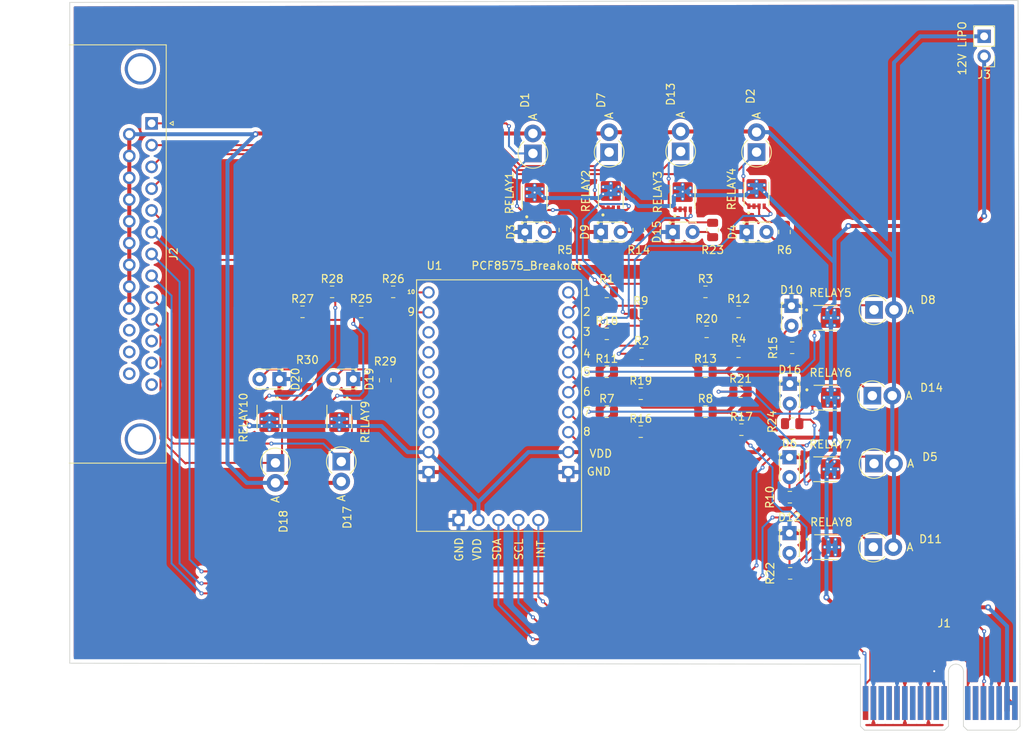
<source format=kicad_pcb>
(kicad_pcb (version 20211014) (generator pcbnew)
  (layers (0 "F.Cu" signal) (31 "B.Cu" signal) (34 "B.Paste" user) (35 "F.Paste" user) (36 "B.SilkS" user "B.Silkscreen") (37 "F.SilkS" user "F.Silkscreen") (38 "B.Mask" user) (39 "F.Mask" user) (44 "Edge.Cuts" user))
  (net 0 "")
  (net 1 "RELAY1")
  (net 2 "/-7V")
  (net 3 "RELAY4")
  (net 4 "GND")
  (net 5 "Net-(D3-Pad2)")
  (net 6 "Net-(D4-Pad2)")
  (net 7 "RELAY7")
  (net 8 "Net-(D6-Pad2)")
  (net 9 "RELAY2")
  (net 10 "RELAY5")
  (net 11 "Net-(D9-Pad2)")
  (net 12 "Net-(D10-Pad2)")
  (net 13 "RELAY8")
  (net 14 "Net-(D12-Pad2)")
  (net 15 "RELAY3")
  (net 16 "RELAY6")
  (net 17 "Net-(D15-Pad2)")
  (net 18 "Net-(D16-Pad2)")
  (net 19 "Net-(D19-Pad2)")
  (net 20 "Net-(D20-Pad2)")
  (net 25 "EXTRA")
  (net 26 "+5V")
  (net 30 "RL INT")
  (net 32 "+3.3V")
  (net 33 "Net-(Q1-Pad4)")
  (net 34 "Net-(Q2-Pad4)")
  (net 35 "Net-(Q3-Pad4)")
  (net 36 "Net-(Q4-Pad4)")
  (net 37 "Net-(Q5-Pad4)")
  (net 38 "Net-(Q6-Pad4)")
  (net 39 "Net-(Q7-Pad4)")
  (net 40 "Net-(Q8-Pad4)")
  (net 41 "Net-(Q9-Pad4)")
  (net 42 "Net-(Q10-Pad4)")
  (net 43 "SIGNAL1")
  (net 44 "SIGNAL4")
  (net 45 "SIGNAL7")
  (net 46 "SIGNAL2")
  (net 47 "SIGNAL5")
  (net 48 "SIGNAL8")
  (net 49 "SIGNAL3")
  (net 50 "SIGNAL6")
  (net 51 "SIGNAL10")
  (net 52 "SIGNAL9")
  (net 59 "RL SDA")
  (net 60 "RL SCL")
  (net 77 "RELAY9")
  (net 78 "RELAY10")
  (footprint "Diode_THT:D_DO-15_P2.54mm_Vertical_AnodeUp" (layer "F.Cu") (at 183.134 78.994)
    (fp_text reference "D14")
    (fp_text value "D_Small")
  )
  (footprint "LED_THT:LED_D1.8mm_W3.3mm_H2.4mm" (layer "F.Cu") (at 138.933 58.166)
    (fp_text reference "D3")
    (fp_text value "LED")
  )
  (footprint "Diode_THT:D_DO-15_P2.54mm_Vertical_AnodeUp" (layer "F.Cu") (at 149.647 48.015 90)
    (fp_text reference "D7")
    (fp_text value "D_Small")
  )
  (footprint "LED_THT:LED_D1.8mm_W3.3mm_H2.4mm" (layer "F.Cu") (at 148.585 58.166)
    (fp_text reference "D9")
    (fp_text value "LED")
  )
  (footprint "Resistor_SMD:R_0805_2012Metric" (layer "F.Cu") (at 161.9015 81.026)
    (fp_text reference "R8")
    (fp_text value "10k")
  )
  (footprint "PCF875BreakoutBoard5:PCF8575_Breakout" (layer "F.Cu") (at 125.1485 96.2515)
    (fp_text reference "U1")
    (fp_text value "PCF8575_Breakout")
  )
  (footprint "Resistor_SMD:R_0805_2012Metric" (layer "F.Cu") (at 153.67 68.58)
    (fp_text reference "R9")
    (fp_text value "100")
  )
  (footprint "Resistor_SMD:R_0805_2012Metric" (layer "F.Cu") (at 110.6405 68.326)
    (fp_text reference "R27")
    (fp_text value "10k")
  )
  (footprint "Resistor_SMD:R_0805_2012Metric" (layer "F.Cu") (at 118.11 68.326)
    (fp_text reference "R25")
    (fp_text value "100")
  )
  (footprint "LED_THT:LED_D1.8mm_W3.3mm_H2.4mm" (layer "F.Cu") (at 107.706 76.876 180)
    (fp_text reference "D20")
    (fp_text value "LED")
  )
  (footprint "MOSFET:TRANS_CSD25402Q3AT" (layer "F.Cu") (at 168.402 53.34 90)
    (fp_text reference "RELAY4")
    (fp_text value "CSD25402Q3AT" hide)
  )
  (footprint "Resistor_SMD:R_0805_2012Metric" (layer "F.Cu") (at 162.814 57.912 -90)
    (fp_text reference "R23")
    (fp_text value "330")
  )
  (footprint "Resistor_SMD:R_0805_2012Metric" (layer "F.Cu") (at 161.9015 65.786)
    (fp_text reference "R3")
    (fp_text value "10k")
  )
  (footprint "Resistor_SMD:R_0805_2012Metric" (layer "F.Cu") (at 153.67 78.74)
    (fp_text reference "R19")
    (fp_text value "100")
  )
  (footprint "MOSFET:TRANS_CSD25402Q3AT" (layer "F.Cu") (at 177.206 79.248)
    (fp_text reference "RELAY6")
    (fp_text value "CSD25402Q3AT" hide)
  )
  (footprint "Resistor_SMD:R_0805_2012Metric" (layer "F.Cu") (at 171.958 58.166 -90)
    (fp_text reference "R6")
    (fp_text value "330")
  )
  (footprint "MOSFET:TRANS_CSD25402Q3AT" (layer "F.Cu") (at 140.167 53.839 90)
    (fp_text reference "RELAY1")
    (fp_text value "CSD25402Q3AT" hide)
  )
  (footprint "Diode_THT:D_DO-15_P2.54mm_Vertical_AnodeUp" (layer "F.Cu") (at 115.57 87.376 -90)
    (fp_text reference "D17")
    (fp_text value "D_Small")
  )
  (footprint "LED_THT:LED_D1.8mm_W3.3mm_H2.4mm" (layer "F.Cu") (at 167.132 58.166)
    (fp_text reference "D4")
    (fp_text value "LED")
  )
  (footprint "Resistor_SMD:R_0805_2012Metric" (layer "F.Cu") (at 162.052 70.866)
    (fp_text reference "R20")
    (fp_text value "10k")
  )
  (footprint "Resistor_SMD:R_0805_2012Metric" (layer "F.Cu") (at 172.934 82.55 180)
    (fp_text reference "R24")
    (fp_text value "330")
  )
  (footprint "Resistor_SMD:R_0805_2012Metric" (layer "F.Cu") (at 144.018 57.912 -90)
    (fp_text reference "R5")
    (fp_text value "330")
  )
  (footprint "MOSFET:TRANS_CSD25402Q3AT" (layer "F.Cu") (at 177.166 69.088)
    (fp_text reference "RELAY5")
    (fp_text value "CSD25402Q3AT" hide)
  )
  (footprint "Resistor_SMD:R_0805_2012Metric" (layer "F.Cu") (at 111.257 76.9795 90)
    (fp_text reference "R30")
    (fp_text value "330")
  )
  (footprint "Resistor_SMD:R_0805_2012Metric" (layer "F.Cu") (at 149.352 65.786)
    (fp_text reference "R1")
    (fp_text value "100")
  )
  (footprint "Diode_THT:D_DO-15_P2.54mm_Vertical_AnodeUp" (layer "F.Cu") (at 168.402 48.006 90)
    (fp_text reference "D2")
    (fp_text value "D_Small")
  )
  (footprint "Resistor_SMD:R_0805_2012Metric" (layer "F.Cu") (at 166.116 73.406)
    (fp_text reference "R4")
    (fp_text value "10k")
  )
  (footprint "MOSFET:TRANS_CSD25402Q3AT" (layer "F.Cu") (at 177.283 98.257)
    (fp_text reference "RELAY8")
    (fp_text value "CSD25402Q3AT" hide)
  )
  (footprint "Diode_THT:D_DO-15_P2.54mm_Vertical_AnodeUp" (layer "F.Cu") (at 139.954 48.174 90)
    (fp_text reference "D1")
    (fp_text value "D_Small")
  )
  (footprint "MOSFET:TRANS_CSD25402Q3AT" (layer "F.Cu") (at 106.431 81.702 -90)
    (fp_text reference "RELAY10")
    (fp_text value "CSD25402Q3AT" hide)
  )
  (footprint "Diode_THT:D_DO-15_P2.54mm_Vertical_AnodeUp" (layer "F.Cu") (at 158.75 47.92 90)
    (fp_text reference "D13")
    (fp_text value "D_Small")
  )
  (footprint "LED_THT:LED_D1.8mm_W3.3mm_H2.4mm" (layer "F.Cu") (at 172.848 67.564 -90)
    (fp_text reference "D10")
    (fp_text value "LED")
  )
  (footprint "LED_THT:LED_D1.8mm_W3.3mm_H2.4mm" (layer "F.Cu") (at 172.594 86.822 -90)
    (fp_text reference "D6")
    (fp_text value "LED")
  )
  (footprint "Resistor_SMD:R_0805_2012Metric" (layer "F.Cu") (at 121.163 77.0265 90)
    (fp_text reference "R29")
    (fp_text value "330")
  )
  (footprint "LED_THT:LED_D1.8mm_W3.3mm_H2.4mm" (layer "F.Cu") (at 117.099 76.876 180)
    (fp_text reference "D19")
    (fp_text value "LED")
  )
  (footprint "Resistor_SMD:R_0805_2012Metric" (layer "F.Cu") (at 149.352 81.026)
    (fp_text reference "R7")
    (fp_text value "100")
  )
  (footprint "Connector_PCBEdge:BUS_PCIexpress_x1" (layer "F.Cu") (at 182.27 118.098)
    (fp_text reference "J1")
    (fp_text value "PCIE_CONN")
    (fp_line (start 10.55 -4) (end 10.55 2.95) (layer "Edge.Cuts") (width 0.1))
    (fp_line (start 12.45 2.95) (end 12.95 3.45) (layer "Edge.Cuts") (width 0.1))
    (fp_line (start -0.15 3.45) (end 10.05 3.45) (layer "Edge.Cuts") (width 0.1))
    (fp_line (start 19.65 2.95) (end 19.15 3.45) (layer "Edge.Cuts") (width 0.1))
    (fp_line (start -0.65 -4.95) (end -0.65 2.95) (layer "Edge.Cuts") (width 0.1))
    (fp_line (start 12.45 -4) (end 12.45 2.95) (layer "Edge.Cuts") (width 0.1))
    (fp_line (start -0.65 2.95) (end -0.15 3.45) (layer "Edge.Cuts") (width 0.1))
    (fp_line (start 19.65 -4.95) (end 19.65 2.95) (layer "Edge.Cuts") (width 0.1))
    (fp_line (start 12.95 3.45) (end 19.15 3.45) (layer "Edge.Cuts") (width 0.1))
    (fp_line (start 10.55 2.95) (end 10.05 3.45) (layer "Edge.Cuts") (width 0.1))
    (fp_arc (start 10.55 -4) (mid 11.5 -4.95) (end 12.45 -4) (layer "Edge.Cuts") (width 0.1))
  )
  (footprint "MOSFET:TRANS_CSD25402Q3AT" (layer "F.Cu") (at 159.004 53.731 90)
    (fp_text reference "RELAY3")
    (fp_text value "CSD25402Q3AT" hide)
  )
  (footprint "Resistor_SMD:R_0805_2012Metric" (layer "F.Cu") (at 166.37 78.486)
    (fp_text reference "R21")
    (fp_text value "10k")
  )
  (footprint "Resistor_SMD:R_0805_2012Metric" (layer "F.Cu") (at 172.934 72.898 180)
    (fp_text reference "R15")
    (fp_text value "330")
  )
  (footprint "Resistor_SMD:R_0805_2012Metric" (layer "F.Cu") (at 153.7735 73.66)
    (fp_text reference "R2")
    (fp_text value "100")
  )
  (footprint "Resistor_SMD:R_0805_2012Metric" (layer "F.Cu") (at 153.67 83.566)
    (fp_text reference "R16")
    (fp_text value "100")
  )
  (footprint "LED_THT:LED_D1.8mm_W3.3mm_H2.4mm" (layer "F.Cu") (at 172.634 77.465 -90)
    (fp_text reference "D16")
    (fp_text value "LED")
  )
  (footprint "Resistor_SMD:R_0805_2012Metric" (layer "F.Cu") (at 114.4035 65.786)
    (fp_text reference "R28")
    (fp_text value "10k")
  )
  (footprint "Diode_THT:D_DO-15_P2.54mm_Vertical_AnodeUp" (layer "F.Cu") (at 183.348 68.072)
    (fp_text reference "D8")
    (fp_text value "D_Small")
  )
  (footprint "Resistor_SMD:R_0805_2012Metric" (layer "F.Cu") (at 161.9015 75.946)
    (fp_text reference "R13")
    (fp_text value "10k")
  )
  (footprint "MOSFET:TRANS_CSD25402Q3AT" (layer "F.Cu") (at 115.316 81.702 -90)
    (fp_text reference "RELAY9")
    (fp_text value "CSD25402Q3AT" hide)
  )
  (footprint "Resistor_SMD:R_0805_2012Metric" (layer "F.Cu") (at 122.174 65.786)
    (fp_text reference "R26")
    (fp_text value "100")
  )
  (footprint "LED_THT:LED_D1.8mm_W3.3mm_H2.4mm" (layer "F.Cu") (at 157.729 58.166)
    (fp_text reference "D15")
    (fp_text value "LED")
  )
  (footprint "MOSFET:TRANS_CSD25402Q3AT" (layer "F.Cu") (at 149.86 53.594 90)
    (fp_text reference "RELAY2")
    (fp_text value "CSD25402Q3AT" hide)
  )
  (footprint "Connector_PinHeader_2.54mm:PinHeader_1x02_P2.54mm_Vertical" (layer "F.Cu") (at 197.358 35.814 180)
    (fp_text reference "J3")
    (fp_text value "12V LiPO")
  )
  (footprint "Resistor_SMD:R_0805_2012Metric" (layer "F.Cu") (at 166.116 68.326)
    (fp_text reference "R12")
    (fp_text value "10k")
  )
  (footprint "Resistor_SMD:R_0805_2012Metric" (layer "F.Cu") (at 166.4735 83.312)
    (fp_text reference "R17")
    (fp_text value "10k")
  )
  (footprint "Connector_Dsub:DSUB-25_Male_Horizontal_P2.77x2.84mm_EdgePinOffset7.70mm_Housed_MountingHolesOffset9.12mm" (layer "F.Cu") (at 91.44 44.345 -90)
    (fp_text reference "J2")
    (fp_text value "DB25_Female")
  )
  (footprint "Diode_THT:D_DO-15_P2.54mm_Vertical_AnodeUp" (layer "F.Cu") (at 183.348 87.63)
    (fp_text reference "D5")
    (fp_text value "D_Small")
  )
  (footprint "LED_THT:LED_D1.8mm_W3.3mm_H2.4mm" (layer "F.Cu") (at 172.594 96.474 -90)
    (fp_text reference "D12")
    (fp_text value "LED")
  )
  (footprint "Resistor_SMD:R_0805_2012Metric" (layer "F.Cu") (at 149.352 75.946)
    (fp_text reference "R11")
    (fp_text value "100")
  )
  (footprint "Diode_THT:D_DO-15_P2.54mm_Vertical_AnodeUp" (layer "F.Cu") (at 183.262 98.257)
    (fp_text reference "D11")
    (fp_text value "D_Small")
  )
  (footprint "Resistor_SMD:R_0805_2012Metric" (layer "F.Cu") (at 153.416 57.912 -90)
    (fp_text reference "R14")
    (fp_text value "330")
  )
  (footprint "MOSFET:TRANS_CSD25402Q3AT" (layer "F.Cu") (at 177.166 88.351)
    (fp_text reference "RELAY7")
    (fp_text value "CSD25402Q3AT" hide)
  )
  (footprint "Resistor_SMD:R_0805_2012Metric" (layer "F.Cu") (at 172.68 101.6 180)
    (fp_text reference "R22")
    (fp_text value "330")
  )
  (footprint "Resistor_SMD:R_0805_2012Metric" (layer "F.Cu") (at 172.64 91.907 180)
    (fp_text reference "R10")
    (fp_text value "330")
  )
  (footprint "Diode_THT:D_DO-15_P2.54mm_Vertical_AnodeUp" (layer "F.Cu") (at 107.193 87.544 -90)
    (fp_text reference "D18")
    (fp_text value "D_Small")
  )
  (footprint "Resistor_SMD:R_0805_2012Metric" (layer "F.Cu") (at 149.352 71.12)
    (fp_text reference "R18")
    (fp_text value "100")
  )
  (gr_line (start 201.92 113.148) (end 201.676 28.702) (layer "Edge.Cuts") (width 0.1))
  (gr_line (start 181.62 113.148) (end 81.026 113.03) (layer "Edge.Cuts") (width 0.1))
  (gr_line (start 81.026 28.956) (end 81.026 113.03) (layer "Edge.Cuts") (width 0.1))
  (gr_line (start 201.676 28.702) (end 81.026 28.956) (layer "Edge.Cuts") (width 0.1))
  (gr_text "GND" (at 130.556 98.552 90) (layer "F.SilkS") (effects (font (size 1 1))))
  (gr_text "SCL\n" (at 138.176 98.552 90) (layer "F.SilkS") (effects (font (size 1 1))))
  (gr_text "5" (at 146.812 75.946) (layer "F.SilkS") (effects (font (size 1 1))))
  (gr_text "GND" (at 148.336 88.646) (layer "F.SilkS") (effects (font (size 1 1))))
  (gr_text "6" (at 146.812 78.486) (layer "F.SilkS") (effects (font (size 1 1))))
  (gr_text "10" (at 124.46 65.786) (layer "F.SilkS") (effects (font (size 0.5 0.5) (thickness 0.125))))
  (gr_text "VDD" (at 132.842 98.552 90) (layer "F.SilkS") (effects (font (size 1 1))))
  (gr_text "2" (at 146.812 68.326) (layer "F.SilkS") (effects (font (size 1 1))))
  (gr_text "8" (at 146.812 83.566) (layer "F.SilkS") (effects (font (size 1 1))))
  (gr_text "SDA" (at 135.382 98.552 90) (layer "F.SilkS") (effects (font (size 1 1))))
  (gr_text "3" (at 146.812 70.866) (layer "F.SilkS") (effects (font (size 1 1))))
  (gr_text "9" (at 124.46 68.326) (layer "F.SilkS") (effects (font (size 1 1))))
  (gr_text "VDD" (at 148.59 86.36) (layer "F.SilkS") (effects (font (size 1 1))))
  (gr_text "1" (at 146.812 65.786) (layer "F.SilkS") (effects (font (size 1 1))))
  (gr_text "INT" (at 140.97 98.552 90) (layer "F.SilkS") (effects (font (size 1 1))))
  (gr_text "7" (at 146.812 81.026) (layer "F.SilkS") (effects (font (size 1 1))))
  (gr_text "4" (at 146.812 73.66) (layer "F.SilkS") (effects (font (size 1 1))))
  (segment (start 139.192 55.389) (end 138.447 55.389) (width 0.254) (layer "F.Cu") (net 1))
  (segment (start 143.9575 56.939) (end 144.018 56.9995) (width 0.254) (layer "F.Cu") (net 1))
  (segment (start 140.492 55.389) (end 140.492 55.728016) (width 0.254) (layer "F.Cu") (net 1))
  (segment (start 138.447 55.389) (end 137.922 54.864) (width 0.254) (layer "F.Cu") (net 1))
  (segment (start 91.44 44.345) (end 136.547 44.345) (width 0.254) (layer "F.Cu") (net 1))
  (segment (start 140.492 55.728016) (end 141.702984 56.939) (width 0.254) (layer "F.Cu") (net 1))
  (segment (start 141.702984 56.939) (end 143.9575 56.939) (width 0.254) (layer "F.Cu") (net 1))
  (segment (start 136.547 44.345) (end 136.906 44.704) (width 0.254) (layer "F.Cu") (net 1))
  (segment (start 139.192 55.389) (end 140.492 55.389) (width 0.254) (layer "F.Cu") (net 1))
  (via (at 136.906 44.704) (size 0.508) (drill 0.254) (layers "F.Cu" "B.Cu") (net 1))
  (via (at 137.922 54.864) (size 0.508) (drill 0.254) (layers "F.Cu" "B.Cu") (net 1))
  (segment (start 137.754 48.092) (end 136.906 47.244) (width 0.254) (layer "B.Cu") (net 1))
  (segment (start 137.754 48.174) (end 137.754 48.092) (width 0.254) (layer "B.Cu") (net 1))
  (segment (start 137.922 54.864) (end 137.922 50.206) (width 0.254) (layer "B.Cu") (net 1))
  (segment (start 137.754 48.174) (end 139.954 48.174) (width 0.254) (layer "B.Cu") (net 1))
  (segment (start 137.922 50.206) (end 139.954 48.174) (width 0.254) (layer "B.Cu") (net 1))
  (segment (start 136.906 44.704) (end 136.906 47.244) (width 0.254) (layer "B.Cu") (net 1))
  (segment (start 158.655 45.475) (end 158.75 45.38) (width 0.508) (layer "F.Cu") (net 2))
  (segment (start 139.954 45.634) (end 149.488 45.634) (width 0.508) (layer "F.Cu") (net 2))
  (segment (start 168.316 45.38) (end 168.402 45.466) (width 0.508) (layer "F.Cu") (net 2))
  (segment (start 158.75 45.38) (end 168.316 45.38) (width 0.508) (layer "F.Cu") (net 2))
  (segment (start 88.6 65.12) (end 88.6 67.89) (width 0.508) (layer "F.Cu") (net 2))
  (segment (start 149.488 45.634) (end 149.647 45.475) (width 0.508) (layer "F.Cu") (net 2))
  (segment (start 88.6 62.35) (end 88.6 65.12) (width 0.508) (layer "F.Cu") (net 2))
  (segment (start 115.402 90.084) (end 115.57 89.916) (width 0.508) (layer "F.Cu") (net 2))
  (segment (start 149.647 45.475) (end 158.655 45.475) (width 0.508) (layer "F.Cu") (net 2))
  (segment (start 104.648 45.72) (end 104.734 45.634) (width 0.508) (layer "F.Cu") (net 2))
  (segment (start 104.734 45.634) (end 139.954 45.634) (width 0.508) (layer "F.Cu") (net 2))
  (segment (start 107.193 90.084) (end 115.402 90.084) (width 0.508) (layer "F.Cu") (net 2))
  (segment (start 88.6 45.73) (end 88.6 62.35) (width 0.508) (layer "F.Cu") (net 2))
  (via (at 104.648 45.72) (size 0.762) (drill 0.381) (layers "F.Cu" "B.Cu") (net 2))
  (segment (start 104.648 45.72) (end 104.638 45.73) (width 0.508) (layer "B.Cu") (net 2))
  (segment (start 168.402 45.466) (end 169.985919 45.466) (width 0.508) (layer "B.Cu") (net 2))
  (segment (start 185.888 61.682) (end 185.888 68.072) (width 0.508) (layer "B.Cu") (net 2))
  (segment (start 185.674 78.994) (end 185.674 87.416) (width 0.508) (layer "B.Cu") (net 2))
  (segment (start 189.23 33.274) (end 197.358 33.274) (width 0.508) (layer "B.Cu") (net 2))
  (segment (start 101.092 49.276) (end 104.648 45.72) (width 0.508) (layer "B.Cu") (net 2))
  (segment (start 185.888 61.368081) (end 185.888 61.682) (width 0.508) (layer "B.Cu") (net 2))
  (segment (start 107.193 90.084) (end 103.546 90.084) (width 0.508) (layer "B.Cu") (net 2))
  (segment (start 185.888 98.171) (end 185.802 98.257) (width 0.508) (layer "B.Cu") (net 2))
  (segment (start 104.638 45.73) (end 88.6 45.73) (width 0.508) (layer "B.Cu") (net 2))
  (segment (start 169.985919 45.466) (end 185.888 61.368081) (width 0.508) (layer "B.Cu") (net 2))
  (segment (start 185.674 87.416) (end 185.888 87.63) (width 0.508) (layer "B.Cu") (net 2))
  (segment (start 185.888 68.072) (end 185.888 78.78) (width 0.508) (layer "B.Cu") (net 2))
  (segment (start 103.546 90.084) (end 101.092 87.63) (width 0.508) (layer "B.Cu") (net 2))
  (segment (start 185.888 61.682) (end 185.888 36.616) (width 0.508) (layer "B.Cu") (net 2))
  (segment (start 185.888 87.63) (end 185.888 98.171) (width 0.508) (layer "B.Cu") (net 2))
  (segment (start 101.092 87.63) (end 101.092 49.276) (width 0.508) (layer "B.Cu") (net 2))
  (segment (start 185.888 36.616) (end 189.23 33.274) (width 0.508) (layer "B.Cu") (net 2))
  (segment (start 185.888 78.78) (end 185.674 78.994) (width 0.508) (layer "B.Cu") (net 2))
  (segment (start 167.427 54.89) (end 168.727 54.89) (width 0.254) (layer "F.Cu") (net 3))
  (segment (start 169.688709 56.896) (end 171.6005 56.896) (width 0.254) (layer "F.Cu") (net 3))
  (segment (start 137.922 50.8) (end 165.608 50.8) (width 0.254) (layer "F.Cu") (net 3))
  (segment (start 166.7275 51.054) (end 166.7275 54.1905) (width 0.254) (layer "F.Cu") (net 3))
  (segment (start 168.727 54.89) (end 168.727 55.934291) (width 0.254) (layer "F.Cu") (net 3))
  (segment (start 91.44 52.655) (end 95.835 48.26) (width 0.254) (layer "F.Cu") (net 3))
  (segment (start 95.835 48.26) (end 135.382 48.26) (width 0.254) (layer "F.Cu") (net 3))
  (segment (start 166.7275 54.1905) (end 167.427 54.89) (width 0.254) (layer "F.Cu") (net 3))
  (segment (start 171.6005 56.896) (end 171.958 57.2535) (width 0.254) (layer "F.Cu") (net 3))
  (segment (start 168.727 55.934291) (end 169.688709 56.896) (width 0.254) (layer "F.Cu") (net 3))
  (segment (start 165.608 50.8) (end 168.402 48.006) (width 0.254) (layer "F.Cu") (net 3))
  (segment (start 135.382 48.26) (end 137.922 50.8) (width 0.254) (layer "F.Cu") (net 3))
  (via (at 166.7275 51.054) (size 0.508) (drill 0.254) (layers "F.Cu" "B.Cu") (net 3))
  (segment (start 166.7275 51.054) (end 166.7275 49.6805) (width 0.254) (layer "B.Cu") (net 3))
  (segment (start 166.7275 49.6805) (end 168.402 48.006) (width 0.254) (layer "B.Cu") (net 3))
  (segment (start 190.27 118.098) (end 190.27 114.784) (width 0.254) (layer "F.Cu") (net 4))
  (segment (start 191.008 114.046) (end 192.532 112.522) (width 0.254) (layer "F.Cu") (net 4))
  (segment (start 195.27 112.974) (end 195.27 118.098) (width 0.254) (layer "F.Cu") (net 4))
  (segment (start 190.27 114.784) (end 191.008 114.046) (width 0.254) (layer "F.Cu") (net 4))
  (segment (start 194.818 112.522) (end 195.27 112.974) (width 0.254) (layer "F.Cu") (net 4))
  (segment (start 192.532 112.522) (end 194.818 112.522) (width 0.254) (layer "F.Cu") (net 4))
  (via (at 191.008 114.046) (size 0.508) (drill 0.254) (layers "F.Cu" "B.Cu") (net 4))
  (segment (start 191.008 114.046) (end 192.27 115.308) (width 0.254) (layer "B.Cu") (net 4))
  (segment (start 192.27 115.308) (end 192.27 118.098) (width 0.254) (layer "B.Cu") (net 4))
  (segment (start 143.3595 58.166) (end 144.018 58.8245) (width 0.254) (layer "F.Cu") (net 5))
  (segment (start 141.473 58.166) (end 143.3595 58.166) (width 0.254) (layer "F.Cu") (net 5))
  (segment (start 169.672 58.166) (end 170.5845 59.0785) (width 0.254) (layer "F.Cu") (net 6))
  (segment (start 170.5845 59.0785) (end 171.958 59.0785) (width 0.254) (layer "F.Cu") (net 6))
  (segment (start 173.5525 91.907) (end 173.5525 90.400484) (width 0.254) (layer "F.Cu") (net 7))
  (segment (start 168.148 102.87) (end 169.164 101.854) (width 0.254) (layer "F.Cu") (net 7))
  (segment (start 175.276984 88.676) (end 175.616 88.676) (width 0.254) (layer "F.Cu") (net 7))
  (segment (start 170.434 94.488) (end 172.72 94.488) (width 0.254) (layer "F.Cu") (net 7))
  (segment (start 175.616 87.376) (end 176.243 86.749) (width 0.254) (layer "F.Cu") (net 7))
  (segment (start 175.616 88.676) (end 175.616 87.376) (width 0.254) (layer "F.Cu") (net 7))
  (segment (start 172.72 94.488) (end 173.5525 93.6555) (width 0.254) (layer "F.Cu") (net 7))
  (segment (start 182.467 86.749) (end 183.348 87.63) (width 0.254) (layer "F.Cu") (net 7))
  (segment (start 97.79 102.87) (end 168.148 102.87) (width 0.254) (layer "F.Cu") (net 7))
  (segment (start 173.5525 90.400484) (end 175.276984 88.676) (width 0.254) (layer "F.Cu") (net 7))
  (segment (start 173.5525 93.6555) (end 173.5525 91.907) (width 0.254) (layer "F.Cu") (net 7))
  (segment (start 176.243 86.749) (end 182.467 86.749) (width 0.254) (layer "F.Cu") (net 7))
  (via (at 169.164 101.854) (size 0.508) (drill 0.254) (layers "F.Cu" "B.Cu") (net 7))
  (via (at 170.434 94.488) (size 0.508) (drill 0.254) (layers "F.Cu" "B.Cu") (net 7))
  (via (at 97.79 102.87) (size 0.508) (drill 0.254) (layers "F.Cu" "B.Cu") (net 7))
  (segment (start 169.164 95.758) (end 170.434 94.488) (width 0.254) (layer "B.Cu") (net 7))
  (segment (start 94.996 100.33) (end 97.536 102.87) (width 0.254) (layer "B.Cu") (net 7))
  (segment (start 169.164 101.854) (end 169.164 95.758) (width 0.254) (layer "B.Cu") (net 7))
  (segment (start 91.44 60.965) (end 94.996 64.521) (width 0.254) (layer "B.Cu") (net 7))
  (segment (start 94.996 64.521) (end 94.996 100.33) (width 0.254) (layer "B.Cu") (net 7))
  (segment (start 97.536 102.87) (end 97.79 102.87) (width 0.254) (layer "B.Cu") (net 7))
  (segment (start 172.594 89.362) (end 172.594 91.0405) (width 0.254) (layer "F.Cu") (net 8))
  (segment (start 172.594 91.0405) (end 171.7275 91.907) (width 0.254) (layer "F.Cu") (net 8))
  (segment (start 150.185 55.144) (end 150.185 55.483016) (width 0.254) (layer "F.Cu") (net 9))
  (segment (start 138.43 49.784) (end 147.878 49.784) (width 0.254) (layer "F.Cu") (net 9))
  (segment (start 151.701484 56.9995) (end 153.416 56.9995) (width 0.254) (layer "F.Cu") (net 9))
  (segment (start 148.885 55.144) (end 150.185 55.144) (width 0.254) (layer "F.Cu") (net 9))
  (segment (start 147.828 54.087) (end 148.885 55.144) (width 0.254) (layer "F.Cu") (net 9))
  (segment (start 91.44 47.115) (end 135.761 47.115) (width 0.254) (layer "F.Cu") (net 9))
  (segment (start 135.761 47.115) (end 138.43 49.784) (width 0.254) (layer "F.Cu") (net 9))
  (segment (start 147.878 49.784) (end 149.647 48.015) (width 0.254) (layer "F.Cu") (net 9))
  (segment (start 147.828 52.832) (end 147.828 54.087) (width 0.254) (layer "F.Cu") (net 9))
  (segment (start 150.185 55.483016) (end 151.701484 56.9995) (width 0.254) (layer "F.Cu") (net 9))
  (via (at 147.828 52.832) (size 0.508) (drill 0.254) (layers "F.Cu" "B.Cu") (net 9))
  (segment (start 147.828 49.834) (end 149.647 48.015) (width 0.254) (layer "B.Cu") (net 9))
  (segment (start 147.828 52.832) (end 147.828 49.834) (width 0.254) (layer "B.Cu") (net 9))
  (segment (start 175.616 65.38) (end 175.616 68.113) (width 0.254) (layer "F.Cu") (net 10))
  (segment (start 173.8465 70.843484) (end 175.276984 69.413) (width 0.254) (layer "F.Cu") (net 10))
  (segment (start 176.243 67.486) (end 182.762 67.486) (width 0.254) (layer "F.Cu") (net 10))
  (segment (start 97.737 61.722) (end 171.958 61.722) (width 0.254) (layer "F.Cu") (net 10))
  (segment (start 173.8465 72.898) (end 173.8465 70.843484) (width 0.254) (layer "F.Cu") (net 10))
  (segment (start 175.616 68.113) (end 176.243 67.486) (width 0.254) (layer "F.Cu") (net 10))
  (segment (start 175.276984 69.413) (end 175.616 69.413) (width 0.254) (layer "F.Cu") (net 10))
  (segment (start 182.762 67.486) (end 183.348 68.072) (width 0.254) (layer "F.Cu") (net 10))
  (segment (start 175.616 68.113) (end 175.616 69.413) (width 0.254) (layer "F.Cu") (net 10))
  (segment (start 91.44 55.425) (end 97.737 61.722) (width 0.254) (layer "F.Cu") (net 10))
  (segment (start 171.958 61.722) (end 175.616 65.38) (width 0.254) (layer "F.Cu") (net 10))
  (segment (start 151.125 58.166) (end 152.7575 58.166) (width 0.254) (layer "F.Cu") (net 11))
  (segment (start 152.7575 58.166) (end 153.416 58.8245) (width 0.254) (layer "F.Cu") (net 11))
  (segment (start 172.848 70.104) (end 171.958 70.994) (width 0.254) (layer "F.Cu") (net 12))
  (segment (start 171.958 70.994) (end 171.958 72.8345) (width 0.254) (layer "F.Cu") (net 12))
  (segment (start 171.958 72.8345) (end 172.0215 72.898) (width 0.254) (layer "F.Cu") (net 12))
  (segment (start 176.36 96.655) (end 181.66 96.655) (width 0.254) (layer "F.Cu") (net 13))
  (segment (start 175.733 97.282) (end 176.36 96.655) (width 0.254) (layer "F.Cu") (net 13))
  (segment (start 175.393984 98.582) (end 175.733 98.582) (width 0.254) (layer "F.Cu") (net 13))
  (segment (start 171.0525 104.14) (end 173.5925 101.6) (width 0.254) (layer "F.Cu") (net 13))
  (segment (start 97.79 104.14) (end 171.0525 104.14) (width 0.254) (layer "F.Cu") (net 13))
  (segment (start 181.66 96.655) (end 183.262 98.257) (width 0.254) (layer "F.Cu") (net 13))
  (segment (start 173.5925 101.6) (end 173.5925 100.383484) (width 0.254) (layer "F.Cu") (net 13))
  (segment (start 173.5925 100.383484) (end 175.393984 98.582) (width 0.254) (layer "F.Cu") (net 13))
  (segment (start 175.733 98.582) (end 175.733 97.282) (width 0.254) (layer "F.Cu") (net 13))
  (via (at 97.79 104.14) (size 0.508) (drill 0.254) (layers "F.Cu" "B.Cu") (net 13))
  (segment (start 91.44 63.735) (end 93.98 66.275) (width 0.254) (layer "B.Cu") (net 13))
  (segment (start 93.98 100.33) (end 97.79 104.14) (width 0.254) (layer "B.Cu") (net 13))
  (segment (start 93.98 66.275) (end 93.98 98.298) (width 0.254) (layer "B.Cu") (net 13))
  (segment (start 93.98 98.298) (end 93.98 100.33) (width 0.254) (layer "B.Cu") (net 13))
  (segment (start 172.594 99.014) (end 172.594 100.7735) (width 0.254) (layer "F.Cu") (net 14))
  (segment (start 172.594 100.7735) (end 171.7675 101.6) (width 0.254) (layer "F.Cu") (net 14))
  (segment (start 159.329 56.459) (end 159.809 56.939) (width 0.254) (layer "F.Cu") (net 15))
  (segment (start 157.226 51.3805) (end 157.226 54.478) (width 0.254) (layer "F.Cu") (net 15))
  (segment (start 135.636 47.752) (end 138.176 50.292) (width 0.254) (layer "F.Cu") (net 15))
  (segment (start 138.176 50.292) (end 156.378 50.292) (width 0.254) (layer "F.Cu") (net 15))
  (segment (start 162.7535 56.939) (end 162.814 56.9995) (width 0.254) (layer "F.Cu") (net 15))
  (segment (start 91.44 49.885) (end 93.573 47.752) (width 0.254) (layer "F.Cu") (net 15))
  (segment (start 156.378 50.292) (end 158.75 47.92) (width 0.254) (layer "F.Cu") (net 15))
  (segment (start 159.809 56.939) (end 162.7535 56.939) (width 0.254) (layer "F.Cu") (net 15))
  (segment (start 93.573 47.752) (end 135.636 47.752) (width 0.254) (layer "F.Cu") (net 15))
  (segment (start 158.029 55.281) (end 159.329 55.281) (width 0.254) (layer "F.Cu") (net 15))
  (segment (start 159.329 55.281) (end 159.329 56.459) (width 0.254) (layer "F.Cu") (net 15))
  (segment (start 157.226 54.478) (end 158.029 55.281) (width 0.254) (layer "F.Cu") (net 15))
  (via (at 157.226 51.3805) (size 0.508) (drill 0.254) (layers "F.Cu" "B.Cu") (net 15))
  (segment (start 157.226 49.444) (end 158.75 47.92) (width 0.254) (layer "B.Cu") (net 15))
  (segment (start 157.226 51.3805) (end 157.226 49.444) (width 0.254) (layer "B.Cu") (net 15))
  (segment (start 167.64 101.346) (end 168.402 100.584) (width 0.254) (layer "F.Cu") (net 16))
  (segment (start 174.3545 82.042) (end 173.8465 82.55) (width 0.254) (layer "F.Cu") (net 16))
  (segment (start 181.786 77.646) (end 183.134 78.994) (width 0.254) (layer "F.Cu") (net 16))
  (segment (start 175.656 78.273) (end 176.283 77.646) (width 0.254) (layer "F.Cu") (net 16))
  (segment (start 173.8465 81.043484) (end 175.316984 79.573) (width 0.254) (layer "F.Cu") (net 16))
  (segment (start 169.164 87.85632) (end 169.164 88.138) (width 0.254) (layer "F.Cu") (net 16))
  (segment (start 175.26 82.042) (end 174.3545 82.042) (width 0.254) (layer "F.Cu") (net 16))
  (segment (start 171.705796 85.314524) (end 169.164 87.85632) (width 0.254) (layer "F.Cu") (net 16))
  (segment (start 173.8465 82.55) (end 173.8465 81.043484) (width 0.254) (layer "F.Cu") (net 16))
  (segment (start 175.768 82.804) (end 175.768 82.55) (width 0.254) (layer "F.Cu") (net 16))
  (segment (start 176.283 77.646) (end 181.786 77.646) (width 0.254) (layer "F.Cu") (net 16))
  (segment (start 97.79 101.346) (end 167.64 101.346) (width 0.254) (layer "F.Cu") (net 16))
  (segment (start 175.656 78.273) (end 175.656 79.573) (width 0.254) (layer "F.Cu") (net 16))
  (segment (start 174.781476 85.314524) (end 171.705796 85.314524) (width 0.254) (layer "F.Cu") (net 16))
  (segment (start 175.316984 79.573) (end 175.656 79.573) (width 0.254) (layer "F.Cu") (net 16))
  (segment (start 175.768 82.55) (end 175.26 82.042) (width 0.254) (layer "F.Cu") (net 16))
  (via (at 169.164 88.138) (size 0.508) (drill 0.254) (layers "F.Cu" "B.Cu") (net 16))
  (via (at 174.781476 85.314524) (size 0.508) (drill 0.254) (layers "F.Cu" "B.Cu") (net 16))
  (via (at 168.402 100.584) (size 0.508) (drill 0.254) (layers "F.Cu" "B.Cu") (net 16))
  (via (at 97.79 101.346) (size 0.508) (drill 0.254) (layers "F.Cu" "B.Cu") (net 16))
  (via (at 175.768 82.804) (size 0.508) (drill 0.254) (layers "F.Cu" "B.Cu") (net 16))
  (segment (start 96.266 63.021) (end 96.266 99.822) (width 0.254) (layer "B.Cu") (net 16))
  (segment (start 168.402 100.584) (end 168.402 88.9) (width 0.254) (layer "B.Cu") (net 16))
  (segment (start 168.402 88.9) (end 169.164 88.138) (width 0.254) (layer "B.Cu") (net 16))
  (segment (start 175.768 84.328) (end 175.768 82.804) (width 0.254) (layer "B.Cu") (net 16))
  (segment (start 174.781476 85.314524) (end 175.768 84.328) (width 0.254) (layer "B.Cu") (net 16))
  (segment (start 91.44 58.195) (end 96.266 63.021) (width 0.254) (layer "B.Cu") (net 16))
  (segment (start 96.266 99.822) (end 97.79 101.346) (width 0.254) (layer "B.Cu") (net 16))
  (segment (start 160.269 58.166) (end 162.1555 58.166) (width 0.254) (layer "F.Cu") (net 17))
  (segment (start 162.1555 58.166) (end 162.814 58.8245) (width 0.254) (layer "F.Cu") (net 17))
  (segment (start 172.634 81.9375) (end 172.0215 82.55) (width 0.254) (layer "F.Cu") (net 18))
  (segment (start 172.634 80.005) (end 172.634 81.9375) (width 0.254) (layer "F.Cu") (net 18))
  (segment (start 114.559 76.876) (end 115.786 75.649) (width 0.254) (layer "F.Cu") (net 19))
  (segment (start 115.786 75.649) (end 120.698 75.649) (width 0.254) (layer "F.Cu") (net 19))
  (segment (start 120.698 75.649) (end 121.163 76.114) (width 0.254) (layer "F.Cu") (net 19))
  (segment (start 111.257 76.067) (end 110.839 75.649) (width 0.254) (layer "F.Cu") (net 20))
  (segment (start 110.839 75.649) (end 106.393 75.649) (width 0.254) (layer "F.Cu") (net 20))
  (segment (start 106.393 75.649) (end 105.166 76.876) (width 0.254) (layer "F.Cu") (net 20))
  (segment (start 162.814 65.786) (end 164.4885 65.786) (width 0.508) (layer "F.Cu") (net 26))
  (segment (start 111.553 67.357) (end 111.553 64.977) (width 0.508) (layer "F.Cu") (net 26))
  (segment (start 164.4885 75.946) (end 167.0285 73.406) (width 0.508) (layer "F.Cu") (net 26))
  (segment (start 162.814 81.026) (end 165.1 81.026) (width 0.508) (layer "F.Cu") (net 26))
  (segment (start 144.45434 86.1715) (end 168.3365 86.1715) (width 0.508) (layer "F.Cu") (net 26))
  (segment (start 111.553 64.977) (end 112.776 63.754) (width 0.508) (layer "F.Cu") (net 26))
  (segment (start 162.814 75.946) (end 164.4885 75.946) (width 0.508) (layer "F.Cu") (net 26))
  (segment (start 168.402 84.328) (end 167.386 83.312) (width 0.508) (layer "F.Cu") (net 26))
  (segment (start 164.7425 75.946) (end 167.2825 78.486) (width 0.508) (layer "F.Cu") (net 26))
  (segment (start 162.814 75.946) (end 164.7425 75.946) (width 0.508) (layer "F.Cu") (net 26))
  (segment (start 103.886 66.548) (end 102.616 67.818) (width 0.508) (layer "F.Cu") (net 26))
  (segment (start 197.866 105.918) (end 178.562 105.918) (width 0.508) (layer "F.Cu") (net 26))
  (segment (start 164.7425 81.026) (end 167.2825 78.486) (width 0.508) (layer "F.Cu") (net 26))
  (segment (start 178.562 105.918) (end 177.292 104.648) (width 0.508) (layer "F.Cu") (net 26))
  (segment (start 110.744 66.548) (end 103.886 66.548) (width 0.508) (layer "F.Cu") (net 26))
  (segment (start 168.3365 86.1715) (end 170.18 84.328) (width 0.508) (layer "F.Cu") (net 26))
  (segment (start 111.553 68.326) (end 111.553 67.357) (width 0.508) (layer "F.Cu") (net 26))
  (segment (start 178.356 84.63) (end 178.054 84.328) (width 0.508) (layer "F.Cu") (net 26))
  (segment (start 111.553 67.357) (end 110.744 66.548) (width 0.508) (layer "F.Cu") (net 26))
  (segment (start 102.616 67.818) (end 102.616 81.534) (width 0.508) (layer "F.Cu") (net 26))
  (segment (start 112.776 63.754) (end 114.554 63.754) (width 0.508) (layer "F.Cu") (net 26))
  (segment (start 180.086 57.404) (end 196.088 57.404) (width 0.508) (layer "F.Cu") (net 26))
  (segment (start 196.088 57.404) (end 197.358 56.134) (width 0.508) (layer "F.Cu") (net 26))
  (segment (start 162.9645 70.866) (end 164.4885 70.866) (width 0.508) (layer "F.Cu") (net 26))
  (segment (start 102.616 81.534) (end 103.886 82.804) (width 0.508) (layer "F.Cu") (net 26))
  (segment (start 164.4885 65.786) (end 167.0285 68.326) (width 0.508) (layer "F.Cu") (net 26))
  (segment (start 114.554 63.754) (end 115.316 64.516) (width 0.508) (layer "F.Cu") (net 26))
  (segment (start 170.18 84.328) (end 168.402 84.328) (width 0.508) (layer "F.Cu") (net 26))
  (segment (start 164.4885 70.866) (end 167.0285 73.406) (width 0.508) (layer "F.Cu") (net 26))
  (segment (start 115.316 64.516) (end 115.316 65.786) (width 0.508) (layer "F.Cu") (net 26))
  (segment (start 165.1 81.026) (end 167.386 83.312) (width 0.508) (layer "F.Cu") (net 26))
  (segment (start 162.814 81.026) (end 164.7425 81.026) (width 0.508) (layer "F.Cu") (net 26))
  (segment (start 178.054 84.328) (end 170.18 84.328) (width 0.508) (layer "F.Cu") (net 26))
  (segment (start 164.4885 70.866) (end 167.0285 68.326) (width 0.508) (layer "F.Cu") (net 26))
  (via (at 197.866 105.918) (size 0.762) (drill 0.381) (layers "F.Cu" "B.Cu") (net 26))
  (via (at 197.358 56.134) (size 0.762) (drill 0.381) (layers "F.Cu" "B.Cu") (net 26))
  (via (at 103.886 82.804) (size 0.762) (drill 0.381) (layers "F.Cu" "B.Cu") (net 26))
  (via (at 178.356 84.63) (size 0.762) (drill 0.381) (layers "F.Cu" "B.Cu") (net 26))
  (via (at 177.292 104.648) (size 0.762) (drill 0.381) (layers "F.Cu" "B.Cu") (net 26))
  (via (at 180.086 57.404) (size 0.762) (drill 0.381) (layers "F.Cu" "B.Cu") (net 26))
  (segment (start 148.885 52.444) (end 149.407 52.444) (width 0.508) (layer "B.Cu") (net 26))
  (segment (start 178.316 68.635) (end 177.863 69.088) (width 0.508) (layer "B.Cu") (net 26))
  (segment (start 105.978 82.852) (end 106.431 82.399) (width 0.508) (layer "B.Cu") (net 26))
  (segment (start 178.316 62.034) (end 178.316 67.208) (width 0.508) (layer "B.Cu") (net 26))
  (segment (start 168.925 52.643) (end 169.377 53.095) (width 0.508) (layer "B.Cu") (net 26))
  (segment (start 167.427 52.19) (end 167.949 52.19) (width 0.508) (layer "B.Cu") (net 26))
  (segment (start 139.715 53.594) (end 140.167 53.142) (width 0.508) (layer "B.Cu") (net 26))
  (segment (start 139.192 53.594) (end 139.715 53.594) (width 0.508) (layer "B.Cu") (net 26))
  (segment (start 167.949 52.19) (end 168.402 52.643) (width 0.508) (layer "B.Cu") (net 26))
  (segment (start 159.004 52.129) (end 159.004 53.034) (width 0.508) (layer "B.Cu") (net 26))
  (segment (start 176.958 69.088) (end 177.863 69.088) (width 0.508) (layer "B.Cu") (net 26))
  (segment (start 114.864 81.947) (end 115.316 82.399) (width 0.508) (layer "B.Cu") (net 26))
  (segment (start 177.451 79.7) (end 177.903 79.248) (width 0.508) (layer "B.Cu") (net 26))
  (segment (start 177.528 99.232) (end 177.528 98.709) (width 0.508) (layer "B.Cu") (net 26))
  (segment (start 167.427 53.095) (end 167.95 53.095) (width 0.508) (layer "B.Cu") (net 26))
  (segment (start 150.312 53.349) (end 149.86 52.897) (width 0.508) (layer "B.Cu") (net 26))
  (segment (start 158.552 53.486) (end 159.004 53.034) (width 0.508) (layer "B.Cu") (net 26))
  (segment (start 177.528 97.805) (end 177.98 98.257) (width 0.508) (layer "B.Cu") (net 26))
  (segment (start 177.411 68.636) (end 177.863 69.088) (width 0.508) (layer "B.Cu") (net 26))
  (segment (start 177.863 70.041) (end 177.863 78.303) (width 0.508) (layer "B.Cu") (net 26))
  (segment (start 140.167 53.142) (end 140.69 53.142) (width 0.508) (layer "B.Cu") (net 26))
  (segment (start 167.036 53.486) (end 167.427 53.095) (width 0.508) (layer "B.Cu") (net 26))
  (segment (start 177.863 79.208) (end 177.903 79.248) (width 0.2) (layer "B.Cu") (net 26))
  (segment (start 149.407 52.444) (end 149.86 52.897) (width 0.508) (layer "B.Cu") (net 26))
  (segment (start 176.958 88.351) (end 177.863 88.351) (width 0.508) (layer "B.Cu") (net 26))
  (segment (start 148.885 53.349) (end 148.386 53.848) (width 0.508) (layer "B.Cu") (net 26))
  (segment (start 178.808 79.248) (end 177.903 79.248) (width 0.508) (layer "B.Cu") (net 26))
  (segment (start 139.714 52.689) (end 140.167 53.142) (width 0.508) (layer "B.Cu") (net 26))
  (segment (start 201.27 118.098) (end 200.27 118.098) (width 0.508) (layer "B.Cu") (net 26))
  (segment (start 139.192 52.689) (end 139.714 52.689) (width 0.508) (layer "B.Cu") (net 26))
  (segment (start 120.698 82.852) (end 123.444 85.598) (width 0.508) (layer "B.Cu") (net 26))
  (segment (start 116.291 81.947) (end 115.768 81.947) (width 0.508) (layer "B.Cu") (net 26))
  (segment (start 178.316 89.326) (end 178.316 88.804) (width 0.508) (layer "B.Cu") (net 26))
  (segment (start 178.316 67.208) (end 177.411 68.113) (width 0.508) (layer "B.Cu") (net 26))
  (segment (start 177.863 87.829) (end 178.316 87.376) (width 0.508) (layer "B.Cu") (net 26))
  (segment (start 177.411 87.376) (end 177.411 87.899) (width 0.508) (layer "B.Cu") (net 26))
  (segment (start 177.863 88.351) (end 177.309 88.905) (width 0.508) (layer "B.Cu") (net 26))
  (segment (start 149.86 52.897) (end 150.382 52.897) (width 0.508) (layer "B.Cu") (net 26))
  (segment (start 158.551 52.581) (end 159.004 53.034) (width 0.508) (layer "B.Cu") (net 26))
  (segment (start 140.167 53.142) (end 140.167 54.047) (width 0.508) (layer "B.Cu") (net 26))
  (segment (start 126.6749 86.1715) (end 124.0175 86.1715) (width 0.508) (layer "B.Cu") (net 26))
  (segment (start 148.885 53.349) (end 149.408 53.349) (width 0.508) (layer "B.Cu") (net 26))
  (segment (start 197.358 56.134) (end 197.358 35.814) (width 0.508) (layer "B.Cu") (net 26))
  (segment (start 177.833 78.273) (end 177.863 78.303) (width 0.508) (layer "B.Cu") (net 26))
  (segment (start 149.86 53.802) (end 149.86 52.897) (width 0.508) (layer "B.Cu") (net 26))
  (segment (start 177.411 87.899) (end 177.863 88.351) (width 0.508) (layer "B.Cu") (net 26))
  (segment (start 177.411 70.063) (end 177.841 70.063) (width 0.508) (layer "B.Cu") (net 26))
  (segment (start 159.004 53.034) (end 159.527 53.034) (width 0.508) (layer "B.Cu") (net 26))
  (segment (start 177.863 88.351) (end 177.863 87.829) (width 0.508) (layer "B.Cu") (net 26))
  (segment (start 116.291 82.852) (end 115.769 82.852) (width 0.508) (layer "B.Cu") (net 26))
  (segment (start 116.291 82.852) (end 120.698 82.852) (width 0.508) (layer "B.Cu") (net 26))
  (segment (start 107.406 82.852) (end 114.341 82.852) (width 0.508) (layer "B.Cu") (net 26))
  (segment (start 105.978 81.947) (end 106.431 81.494) (width 0.508) (layer "B.Cu") (net 26))
  (segment (start 177.075 98.257) (end 177.98 98.257) (width 0.508) (layer "B.Cu") (net 26))
  (segment (start 178.433 97.282) (end 178.433 97.804) (width 0.508) (layer "B.Cu") (net 26))
  (segment (start 200.27 108.322) (end 197.866 105.918) (width 0.508) (layer "B.Cu") (net 26))
  (segment (start 133.0249 94.8075) (end 133.0249 92.5215) (width 0.508) (layer "B.Cu") (net 26))
  (segment (start 177.863 78.303) (end 177.903 78.343) (width 0.508) (layer "B.Cu") (net 26))
  (segment (start 159.527 53.034) (end 159.979 53.486) (width 0.508) (layer "B.Cu") (net 26))
  (segment (start 153.416 54.864) (end 152.654 54.102) (width 0.508) (layer "B.Cu") (net 26))
  (segment (start 157.88 53.635) (end 157.88 54.718) (width 0.508) (layer "B.Cu") (net 26))
  (segment (start 178.316 59.174) (end 180.086 57.404) (width 0.508) (layer "B.Cu") (net 26))
  (segment (start 159.527 53.033) (end 159.527 53.034) (width 0.508) (layer "B.Cu") (net 26))
  (segment (start 177.411 68.113) (end 177.411 68.636) (width 0.508) (layer "B.Cu") (net 26))
  (segment (start 149.86 51.992) (end 149.86 52.897) (width 0.508) (layer "B.Cu") (net 26))
  (segment (start 149.408 53.349) (end 149.86 52.897) (width 0.508) (layer "B.Cu") (net 26))
  (segment (start 168.402 51.738) (end 168.402 52.643) (width 0.508) (layer "B.Cu") (net 26))
  (segment (start 158.029 53.486) (end 158.552 53.486) (width 0.508) (layer "B.Cu") (net 26))
  (segment (start 159.979 52.581) (end 159.527 53.033) (width 0.508) (layer "B.Cu") (net 26))
  (segment (start 178.433 98.71) (end 177.98 98.257) (width 0.508) (layer "B.Cu") (net 26))
  (segment (start 139.3749 86.1715) (end 144.45434 86.1715) (width 0.508) (layer "B.Cu") (net 26))
  (segment (start 159.979 53.486) (end 167.036 53.486) (width 0.508) (layer "B.Cu") (net 26))
  (segment (start 177.451 78.273) (end 177.833 78.273) (width 0.508) (layer "B.Cu") (net 26))
  (segment (start 178.768 69.088) (end 177.863 69.088) (width 0.508) (layer "B.Cu") (net 26))
  (segment (start 178.356 87.336) (end 178.316 87.376) (width 0.2) (layer "B.Cu") (net 26))
  (segment (start 169.377 53.095) (end 178.316 62.034) (width 0.508) (layer "B.Cu") (net 26))
  (segment (start 200.27 118.098) (end 200.27 108.322) (width 0.508) (layer "B.Cu") (net 26))
  (segment (start 168.402 53.548) (end 168.402 52.643) (width 0.508) (layer "B.Cu") (net 26))
  (segment (start 106.431 83.304) (end 106.431 82.399) (width 0.508) (layer "B.Cu") (net 26))
  (segment (start 148.386 53.848) (end 141.396 53.848) (width 0.508) (layer "B.Cu") (net 26))
  (segment (start 140.62 52.689) (end 140.167 53.142) (width 0.508) (layer "B.Cu") (net 26))
  (segment (start 158.029 53.486) (end 157.88 53.635) (width 0.508) (layer "B.Cu") (net 26))
  (segment (start 133.0249 92.5215) (end 139.3749 86.1715) (width 0.508) (layer "B.Cu") (net 26))
  (segment (start 177.885 70.063) (end 177.863 70.041) (width 0.508) (layer "B.Cu") (net 26))
  (segment (start 178.356 80.223) (end 178.356 86.312) (width 0.508) (layer "B.Cu") (net 26))
  (segment (start 159.004 53.034) (end 159.004 53.939) (width 0.508) (layer "B.Cu") (net 26))
  (segment (start 141.396 53.848) (end 141.142 53.594) (width 0.508) (layer "B.Cu") (net 26))
  (segment (start 107.406 81.947) (end 106.884 81.947) (width 0.508) (layer "B.Cu") (net 26))
  (segment (start 115.316 83.304) (end 115.316 82.399) (width 0.508) (layer "B.Cu") (net 26))
  (segment (start 169.377 52.19) (end 168.855 52.19) (width 0.508) (layer "B.Cu") (net 26))
  (segment (start 178.316 88.804) (end 177.863 88.351) (width 0.508) (layer "B.Cu") (net 26))
  (segment (start 177.528 97.282) (end 177.528 97.805) (width 0.508) (layer "B.Cu") (net 26))
  (segment (start 126.6749 86.1715) (end 133.0249 92.5215) (width 0.508) (layer "B.Cu") (net 26))
  (segment (start 178.316 68.113) (end 178.316 68.635) (width 0.508) (layer "B.Cu") (net 26))
  (segment (start 178.316 70.063) (end 177.885 70.063) (width 0.508) (layer "B.Cu") (net 26))
  (segment (start 106.884 81.947) (end 106.431 81.494) (width 0.508) (layer "B.Cu") (net 26))
  (segment (start 107.406 82.852) (end 106.884 82.852) (width 0.508) (layer "B.Cu") (net 26))
  (segment (start 168.402 52.643) (end 168.925 52.643) (width 0.508) (layer "B.Cu") (net 26))
  (segment (start 114.341 82.852) (end 114.863 82.852) (width 0.508) (layer "B.Cu") (net 26))
  (segment (start 105.456 82.852) (end 103.934 82.852) (width 0.508) (layer "B.Cu") (net 26))
  (segment (start 152.493 54.102) (end 150.835 52.444) (width 0.508) (layer "B.Cu") (net 26))
  (segment (start 177.292 104.648) (end 177.292 99.468) (width 0.508) (layer "B.Cu") (net 26))
  (segment (start 152.654 54.102) (end 152.493 54.102) (width 0.508) (layer "B.Cu") (net 26))
  (segment (start 114.863 82.852) (end 115.316 82.399) (width 0.508) (layer "B.Cu") (net 26))
  (segment (start 140.69 53.142) (end 141.142 53.594) (width 0.508) (layer "B.Cu") (net 26))
  (segment (start 114.341 81.947) (end 114.864 81.947) (width 0.508) (layer "B.Cu") (net 26))
  (segment (start 157.88 54.718) (end 157.734 54.864) (width 0.508) (layer "B.Cu") (net 26))
  (segment (start 178.356 79.701) (end 177.903 79.248) (width 0.508) (layer "B.Cu") (net 26))
  (segment (start 178.433 97.804) (end 177.98 98.257) (width 0.508) (layer "B.Cu") (net 26))
  (segment (start 178.356 78.273) (end 177.833 78.273) (width 0.508) (layer "B.Cu") (net 26))
  (segment (start 105.456 81.947) (end 105.978 81.947) (width 0.508) (layer "B.Cu") (net 26))
  (segment (start 168.855 52.19) (end 168.402 52.643) (width 0.508) (layer "B.Cu") (net 26))
  (segment (start 141.142 52.689) (end 140.62 52.689) (width 0.508) (layer "B.Cu") (net 26))
  (segment (start 115.316 81.494) (end 115.316 82.399) (width 0.508) (layer "B.Cu") (net 26))
  (segment (start 177.903 78.343) (end 177.903 79.248) (width 0.508) (layer "B.Cu") (net 26))
  (segment (start 106.431 81.494) (end 106.431 82.399) (width 0.508) (layer "B.Cu") (net 26))
  (segment (start 177.292 99.468) (end 177.528 99.232) (width 0.508) (layer "B.Cu") (net 26))
  (segment (start 167.95 53.095) (end 168.402 52.643) (width 0.508) (layer "B.Cu") (net 26))
  (segment (start 177.863 98.14) (end 177.98 98.257) (width 0.2) (layer "B.Cu") (net 26))
  (segment (start 178.356 80.223) (end 178.356 79.701) (width 0.508) (layer "B.Cu") (net 26))
  (segment (start 177.841 70.063) (end 177.863 70.041) (width 0.508) (layer "B.Cu") (net 26))
  (segment (start 177.528 98.709) (end 177.98 98.257) (width 0.508) (layer "B.Cu") (net 26))
  (segment (start 157.734 54.864) (end 153.416 54.864) (width 0.508) (layer "B.Cu") (net 26))
  (segment (start 177.863 69.088) (end 177.863 70.041) (width 0.508) (layer "B.Cu") (net 26))
  (segment (start 105.456 82.852) (end 105.978 82.852) (width 0.508) (layer "B.Cu") (net 26))
  (segment (start 178.885 98.257) (end 177.98 98.257) (width 0.508) (layer "B.Cu") (net 26))
  (segment (start 150.835 53.349) (end 150.312 53.349) (width 0.508) (layer "B.Cu") (net 26))
  (segment (start 158.029 52.581) (end 158.551 52.581) (width 0.508) (layer "B.Cu") (net 26))
  (segment (start 150.382 52.897) (end 150.835 52.444) (width 0.508) (layer "B.Cu") (net 26))
  (segment (start 178.316 62.034) (end 178.316 59.174) (width 0.508) (layer "B.Cu") (net 26))
  (segment (start 106.884 82.852) (end 106.431 82.399) (width 0.508) (layer "B.Cu") (net 26))
  (segment (start 115.768 81.947) (end 115.316 82.399) (width 0.508) (layer "B.Cu") (net 26))
  (segment (start 177.451 80.223) (end 177.451 79.7) (width 0.508) (layer "B.Cu") (net 26))
  (segment (start 178.433 99.232) (end 178.433 98.71) (width 0.508) (layer "B.Cu") (net 26))
  (segment (start 115.769 82.852) (end 115.316 82.399) (width 0.508) (layer "B.Cu") (net 26))
  (segment (start 140.167 52.237) (end 140.167 53.142) (width 0.508) (layer "B.Cu") (net 26))
  (segment (start 176.998 79.248) (end 177.903 79.248) (width 0.508) (layer "B.Cu") (net 26))
  (segment (start 178.768 88.351) (end 177.863 88.351) (width 0.508) (layer "B.Cu") (net 26))
  (segment (start 177.309 97.063) (end 177.528 97.282) (width 0.508) (layer "B.Cu") (net 26))
  (segment (start 178.356 86.312) (end 177.546 87.122) (width 0.508) (layer "B.Cu") (net 26))
  (segment (start 124.0175 86.1715) (end 123.444 85.598) (width 0.508) (layer "B.Cu") (net 26))
  (segment (start 177.309 88.905) (end 177.309 97.063) (width 0.508) (layer "B.Cu") (net 26))
  (segment (start 180.594 107.696) (end 196.088 107.696) (width 0.254) (layer "F.Cu") (net 30))
  (segment (start 196.088 107.696) (end 197.358 108.966) (width 0.254) (layer "F.Cu") (net 30))
  (segment (start 197.27 115.404) (end 197.27 118.098) (width 0.254) (layer "F.Cu") (net 30))
  (segment (start 197.358 115.316) (end 197.27 115.404) (width 0.254) (layer "F.Cu") (net 30))
  (segment (start 143.764 107.696) (end 180.594 107.696) (width 0.254) (layer "F.Cu") (net 30))
  (segment (start 141.224 105.156) (end 143.764 107.696) (width 0.254) (layer "F.Cu") (net 30))
  (via (at 197.358 115.316) (size 0.508) (drill 0.254) (layers "F.Cu" "B.Cu") (net 30))
  (via (at 141.224 105.156) (size 0.508) (drill 0.254) (layers "F.Cu" "B.Cu") (net 30))
  (via (at 197.358 108.966) (size 0.508) (drill 0.254) (layers "F.Cu" "B.Cu") (net 30))
  (segment (start 140.6449 104.5769) (end 141.224 105.156) (width 0.254) (layer "B.Cu") (net 30))
  (segment (start 197.358 108.966) (end 197.358 115.316) (width 0.254) (layer "B.Cu") (net 30))
  (segment (start 140.6449 94.8075) (end 140.6449 104.5769) (width 0.254) (layer "B.Cu") (net 30))
  (segment (start 200.82 118.098) (end 200.27 117.548) (width 0.508) (layer "F.Cu") (net 32))
  (segment (start 201.27 118.098) (end 200.82 118.098) (width 0.508) (layer "F.Cu") (net 32))
  (segment (start 148.4395 65.786) (end 149.4665 64.759) (width 0.254) (layer "F.Cu") (net 33))
  (segment (start 141.159 55.372) (end 141.142 55.389) (width 0.254) (layer "F.Cu") (net 33))
  (segment (start 159.962 64.759) (end 160.989 65.786) (width 0.254) (layer "F.Cu") (net 33))
  (segment (start 142.494 55.372) (end 141.159 55.372) (width 0.254) (layer "F.Cu") (net 33))
  (segment (start 148.4395 64.8735) (end 147.828 64.262) (width 0.254) (layer "F.Cu") (net 33))
  (segment (start 148.4395 65.786) (end 148.4395 64.8735) (width 0.254) (layer "F.Cu") (net 33))
  (segment (start 149.4665 64.759) (end 159.962 64.759) (width 0.254) (layer "F.Cu") (net 33))
  (via (at 147.828 64.262) (size 0.508) (drill 0.254) (layers "F.Cu" "B.Cu") (net 33))
  (via (at 142.494 55.372) (size 0.508) (drill 0.254) (layers "F.Cu" "B.Cu") (net 33))
  (segment (start 145.542 61.976) (end 145.542 56.388) (width 0.254) (layer "B.Cu") (net 33))
  (segment (start 147.828 64.262) (end 145.542 61.976) (width 0.254) (layer "B.Cu") (net 33))
  (segment (start 144.526 55.372) (end 142.494 55.372) (width 0.254) (layer "B.Cu") (net 33))
  (segment (start 145.542 56.388) (end 144.526 55.372) (width 0.254) (layer "B.Cu") (net 33))
  (segment (start 153.888 74.687) (end 163.9225 74.687) (width 0.254) (layer "F.Cu") (net 34))
  (segment (start 170.18 55.693) (end 169.377 54.89) (width 0.254) (layer "F.Cu") (net 34))
  (segment (start 170.18 55.88) (end 170.18 55.693) (width 0.254) (layer "F.Cu") (net 34))
  (segment (start 163.9225 74.687) (end 165.2035 73.406) (width 0.254) (layer "F.Cu") (net 34))
  (segment (start 152.861 73.66) (end 153.888 74.687) (width 0.254) (layer "F.Cu") (net 34))
  (segment (start 152.861 73.66) (end 150.876 73.66) (width 0.254) (layer "F.Cu") (net 34))
  (via (at 170.18 55.88) (size 0.508) (drill 0.254) (layers "F.Cu" "B.Cu") (net 34))
  (via (at 150.876 73.66) (size 0.508) (drill 0.254) (layers "F.Cu" "B.Cu") (net 34))
  (segment (start 163.83 59.944) (end 154.686 59.944) (width 0.254) (layer "B.Cu") (net 34))
  (segment (start 152.908 71.628) (end 150.876 73.66) (width 0.254) (layer "B.Cu") (net 34))
  (segment (start 152.908 61.722) (end 152.908 71.628) (width 0.254) (layer "B.Cu") (net 34))
  (segment (start 165.1 57.744) (end 165.1 58.674) (width 0.254) (layer "B.Cu") (net 34))
  (segment (start 169.926 56.134) (end 166.71 56.134) (width 0.254) (layer "B.Cu") (net 34))
  (segment (start 170.18 55.88) (end 169.926 56.134) (width 0.254) (layer "B.Cu") (net 34))
  (segment (start 166.71 56.134) (end 165.1 57.744) (width 0.254) (layer "B.Cu") (net 34))
  (segment (start 154.686 59.944) (end 152.908 61.722) (width 0.254) (layer "B.Cu") (net 34))
  (segment (start 165.1 58.674) (end 163.83 59.944) (width 0.254) (layer "B.Cu") (net 34))
  (segment (start 148.4395 81.026) (end 147.066 81.026) (width 0.254) (layer "F.Cu") (net 35))
  (segment (start 148.4395 81.026) (end 149.4665 79.999) (width 0.254) (layer "F.Cu") (net 35))
  (segment (start 153.374447 79.999) (end 153.893447 80.518) (width 0.254) (layer "F.Cu") (net 35))
  (segment (start 174.752 90.17) (end 174.772 90.17) (width 0.254) (layer "F.Cu") (net 35))
  (segment (start 174.772 90.17) (end 175.616 89.326) (width 0.254) (layer "F.Cu") (net 35))
  (segment (start 153.893447 80.518) (end 160.481 80.518) (width 0.254) (layer "F.Cu") (net 35))
  (segment (start 149.4665 79.999) (end 153.374447 79.999) (width 0.254) (layer "F.Cu") (net 35))
  (segment (start 160.481 80.518) (end 160.989 81.026) (width 0.254) (layer "F.Cu") (net 35))
  (via (at 147.066 81.026) (size 0.508) (drill 0.254) (layers "F.Cu" "B.Cu") (net 35))
  (via (at 174.752 90.17) (size 0.508) (drill 0.254) (layers "F.Cu" "B.Cu") (net 35))
  (segment (start 147.066 81.026) (end 168.91 81.026) (width 0.254) (layer "B.Cu") (net 35))
  (segment (start 173.228 85.344) (end 173.99 85.344) (width 0.254) (layer "B.Cu") (net 35))
  (segment (start 168.91 81.026) (end 173.228 85.344) (width 0.254) (layer "B.Cu") (net 35))
  (segment (start 174.498 89.916) (end 174.752 90.17) (width 0.254) (layer "B.Cu") (net 35))
  (segment (start 173.99 85.344) (end 174.498 85.852) (width 0.254) (layer "B.Cu") (net 35))
  (segment (start 174.498 85.852) (end 174.498 89.916) (width 0.254) (layer "B.Cu") (net 35))
  (segment (start 151.063 55.372) (end 150.835 55.144) (width 0.254) (layer "F.Cu") (net 36))
  (segment (start 152.146 54.864) (end 152.146 55.118) (width 0.254) (layer "F.Cu") (net 36))
  (segment (start 151.892 55.372) (end 151.063 55.372) (width 0.254) (layer "F.Cu") (net 36))
  (segment (start 153.7845 69.607) (end 163.9225 69.607) (width 0.254) (layer "F.Cu") (net 36))
  (segment (start 151.638 68.58) (end 151.384 68.326) (width 0.254) (layer "F.Cu") (net 36))
  (segment (start 152.7575 68.58) (end 153.7845 69.607) (width 0.254) (layer "F.Cu") (net 36))
  (segment (start 152.7575 68.58) (end 151.638 68.58) (width 0.254) (layer "F.Cu") (net 36))
  (segment (start 152.146 55.118) (end 151.892 55.372) (width 0.254) (layer "F.Cu") (net 36))
  (segment (start 163.9225 69.607) (end 165.2035 68.326) (width 0.254) (layer "F.Cu") (net 36))
  (via (at 152.146 54.864) (size 0.508) (drill 0.254) (layers "F.Cu" "B.Cu") (net 36))
  (via (at 151.384 68.326) (size 0.508) (drill 0.254) (layers "F.Cu" "B.Cu") (net 36))
  (segment (start 148.336 54.61) (end 151.638 54.61) (width 0.254) (layer "B.Cu") (net 36))
  (segment (start 146.812 56.134) (end 148.336 54.61) (width 0.254) (layer "B.Cu") (net 36))
  (segment (start 151.384 66.802) (end 146.304 61.722) (width 0.254) (layer "B.Cu") (net 36))
  (segment (start 151.638 54.61) (end 151.892 54.61) (width 0.254) (layer "B.Cu") (net 36))
  (segment (start 151.384 68.326) (end 151.384 66.802) (width 0.254) (layer "B.Cu") (net 36))
  (segment (start 151.892 54.61) (end 152.146 54.864) (width 0.254) (layer "B.Cu") (net 36))
  (segment (start 146.304 56.642) (end 146.812 56.134) (width 0.254) (layer "B.Cu") (net 36))
  (segment (start 146.304 61.722) (end 146.304 56.642) (width 0.254) (layer "B.Cu") (net 36))
  (segment (start 153.477947 74.919) (end 153.742947 75.184) (width 0.254) (layer "F.Cu") (net 37))
  (segment (start 175.768 71.374) (end 175.768 70.215) (width 0.254) (layer "F.Cu") (net 37))
  (segment (start 160.227 75.184) (end 160.989 75.946) (width 0.254) (layer "F.Cu") (net 37))
  (segment (start 148.4395 75.946) (end 146.812 75.946) (width 0.254) (layer "F.Cu") (net 37))
  (segment (start 148.4395 75.946) (end 149.4665 74.919) (width 0.254) (layer "F.Cu") (net 37))
  (segment (start 153.742947 75.184) (end 160.227 75.184) (width 0.254) (layer "F.Cu") (net 37))
  (segment (start 149.4665 74.919) (end 153.477947 74.919) (width 0.254) (layer "F.Cu") (net 37))
  (segment (start 175.768 70.215) (end 175.616 70.063) (width 0.254) (layer "F.Cu") (net 37))
  (via (at 146.812 75.946) (size 0.508) (drill 0.254) (layers "F.Cu" "B.Cu") (net 37))
  (via (at 175.768 71.374) (size 0.508) (drill 0.254) (layers "F.Cu" "B.Cu") (net 37))
  (segment (start 174.244 75.946) (end 175.768 74.422) (width 0.254) (layer "B.Cu") (net 37))
  (segment (start 146.812 75.946) (end 174.244 75.946) (width 0.254) (layer "B.Cu") (net 37))
  (segment (start 175.768 74.422) (end 175.768 71.374) (width 0.254) (layer "B.Cu") (net 37))
  (segment (start 164.788 82.539) (end 165.561 83.312) (width 0.254) (layer "F.Cu") (net 38))
  (segment (start 152.7575 83.566) (end 153.7845 82.539) (width 0.254) (layer "F.Cu") (net 38))
  (segment (start 153.7845 82.539) (end 164.788 82.539) (width 0.254) (layer "F.Cu") (net 38))
  (segment (start 174.752 100.076) (end 174.889 100.076) (width 0.254) (layer "F.Cu") (net 38))
  (segment (start 174.889 100.076) (end 175.733 99.232) (width 0.254) (layer "F.Cu") (net 38))
  (segment (start 167.593 85.344) (end 167.64 85.344) (width 0.254) (layer "F.Cu") (net 38))
  (segment (start 165.561 83.312) (end 167.593 85.344) (width 0.254) (layer "F.Cu") (net 38))
  (via (at 174.752 100.076) (size 0.508) (drill 0.254) (layers "F.Cu" "B.Cu") (net 38))
  (via (at 167.64 85.344) (size 0.508) (drill 0.254) (layers "F.Cu" "B.Cu") (net 38))
  (segment (start 171.704 93.726) (end 170.434 92.456) (width 0.254) (layer "B.Cu") (net 38))
  (segment (start 174.752 100.076) (end 174.752 95.758) (width 0.254) (layer "B.Cu") (net 38))
  (segment (start 170.434 88.138) (end 167.64 85.344) (width 0.254) (layer "B.Cu") (net 38))
  (segment (start 174.752 95.758) (end 172.72 93.726) (width 0.254) (layer "B.Cu") (net 38))
  (segment (start 170.434 92.456) (end 170.434 88.138) (width 0.254) (layer "B.Cu") (net 38))
  (segment (start 172.72 93.726) (end 171.704 93.726) (width 0.254) (layer "B.Cu") (net 38))
  (segment (start 148.4395 70.0005) (end 148.844 69.596) (width 0.254) (layer "F.Cu") (net 39))
  (segment (start 160.3665 70.093) (end 161.1395 70.866) (width 0.254) (layer "F.Cu") (net 39))
  (segment (start 160.02 56.134) (end 160.02 55.322) (width 0.254) (layer "F.Cu") (net 39))
  (segment (start 148.4395 71.12) (end 149.4665 70.093) (width 0.254) (layer "F.Cu") (net 39))
  (segment (start 148.4395 71.12) (end 148.4395 70.0005) (width 0.254) (layer "F.Cu") (net 39))
  (segment (start 149.4665 70.093) (end 160.3665 70.093) (width 0.254) (layer "F.Cu") (net 39))
  (segment (start 160.02 55.322) (end 159.979 55.281) (width 0.254) (layer "F.Cu") (net 39))
  (via (at 148.844 69.596) (size 0.508) (drill 0.254) (layers "F.Cu" "B.Cu") (net 39))
  (via (at 160.02 56.134) (size 0.508) (drill 0.254) (layers "F.Cu" "B.Cu") (net 39))
  (segment (start 148.844 69.596) (end 149.352 69.088) (width 0.254) (layer "B.Cu") (net 39))
  (segment (start 159.766 56.388) (end 160.02 56.134) (width 0.254) (layer "B.Cu") (net 39))
  (segment (start 152.146 66.802) (end 152.146 60.96) (width 0.254) (layer "B.Cu") (net 39))
  (segment (start 152.146 60.96) (end 153.162 59.944) (width 0.254) (layer "B.Cu") (net 39))
  (segment (start 152.146 68.834) (end 152.146 66.802) (width 0.254) (layer "B.Cu") (net 39))
  (segment (start 149.352 69.088) (end 151.892 69.088) (width 0.254) (layer "B.Cu") (net 39))
  (segment (start 159.512 56.388) (end 159.766 56.388) (width 0.254) (layer "B.Cu") (net 39))
  (segment (start 151.892 69.088) (end 152.146 68.834) (width 0.254) (layer "B.Cu") (net 39))
  (segment (start 153.162 59.944) (end 156.718 56.388) (width 0.254) (layer "B.Cu") (net 39))
  (segment (start 156.718 56.388) (end 159.512 56.388) (width 0.254) (layer "B.Cu") (net 39))
  (segment (start 164.1765 79.767) (end 165.4575 78.486) (width 0.254) (layer "F.Cu") (net 40))
  (segment (start 165.4575 78.486) (end 163.576 78.486) (width 0.254) (layer "F.Cu") (net 40))
  (segment (start 153.7845 79.767) (end 164.1765 79.767) (width 0.254) (layer "F.Cu") (net 40))
  (segment (start 175.514 80.365) (end 175.656 80.223) (width 0.254) (layer "F.Cu") (net 40))
  (segment (start 152.7575 78.74) (end 153.7845 79.767) (width 0.254) (layer "F.Cu") (net 40))
  (segment (start 175.514 81.026) (end 175.514 80.365) (width 0.254) (layer "F.Cu") (net 40))
  (via (at 175.514 81.026) (size 0.508) (drill 0.254) (layers "F.Cu" "B.Cu") (net 40))
  (via (at 163.576 78.486) (size 0.508) (drill 0.254) (layers "F.Cu" "B.Cu") (net 40))
  (segment (start 163.576 78.486) (end 167.894 78.486) (width 0.254) (layer "B.Cu") (net 40))
  (segment (start 170.688 81.28) (end 175.26 81.28) (width 0.254) (layer "B.Cu") (net 40))
  (segment (start 167.894 78.486) (end 170.688 81.28) (width 0.254) (layer "B.Cu") (net 40))
  (segment (start 175.26 81.28) (end 175.514 81.026) (width 0.254) (layer "B.Cu") (net 40))
  (segment (start 109.728 68.326) (end 110.755 69.353) (width 0.254) (layer "F.Cu") (net 41))
  (segment (start 117.1975 68.326) (end 117.1975 69.7465) (width 0.254) (layer "F.Cu") (net 41))
  (segment (start 116.1705 69.353) (end 117.1975 68.326) (width 0.254) (layer "F.Cu") (net 41))
  (segment (start 115.062 78.994) (end 114.341 79.715) (width 0.254) (layer "F.Cu") (net 41))
  (segment (start 114.341 79.715) (end 114.341 80.152) (width 0.254) (layer "F.Cu") (net 41))
  (segment (start 117.1975 69.7465) (end 117.094 69.85) (width 0.254) (layer "F.Cu") (net 41))
  (segment (start 110.755 69.353) (end 116.1705 69.353) (width 0.254) (layer "F.Cu") (net 41))
  (via (at 115.062 78.994) (size 0.508) (drill 0.254) (layers "F.Cu" "B.Cu") (net 41))
  (via (at 117.094 69.85) (size 0.508) (drill 0.254) (layers "F.Cu" "B.Cu") (net 41))
  (segment (start 117.094 69.85) (end 118.364 71.12) (width 0.254) (layer "B.Cu") (net 41))
  (segment (start 117.856 78.994) (end 115.316 78.994) (width 0.254) (layer "B.Cu") (net 41))
  (segment (start 115.316 78.994) (end 115.062 78.994) (width 0.254) (layer "B.Cu") (net 41))
  (segment (start 118.364 78.486) (end 117.856 78.994) (width 0.254) (layer "B.Cu") (net 41))
  (segment (start 118.364 71.12) (end 118.364 78.486) (width 0.254) (layer "B.Cu") (net 41))
  (segment (start 120.2345 66.813) (end 121.2615 65.786) (width 0.254) (layer "F.Cu") (net 42))
  (segment (start 106.274984 78.994) (end 105.456 79.812984) (width 0.254) (layer "F.Cu") (net 42))
  (segment (start 114.808 67.103) (end 114.808 67.818) (width 0.254) (layer "F.Cu") (net 42))
  (segment (start 105.456 79.812984) (end 105.456 80.152) (width 0.254) (layer "F.Cu") (net 42))
  (segment (start 113.491 65.786) (end 114.4035 66.6985) (width 0.254) (layer "F.Cu") (net 42))
  (segment (start 114.518 66.813) (end 120.2345 66.813) (width 0.254) (layer "F.Cu") (net 42))
  (segment (start 114.4035 66.6985) (end 114.518 66.813) (width 0.254) (layer "F.Cu") (net 42))
  (segment (start 106.426 78.994) (end 106.274984 78.994) (width 0.254) (layer "F.Cu") (net 42))
  (segment (start 114.4035 66.6985) (end 114.808 67.103) (width 0.254) (layer "F.Cu") (net 42))
  (via (at 114.808 67.818) (size 0.508) (drill 0.254) (layers "F.Cu" "B.Cu") (net 42))
  (via (at 106.426 78.994) (size 0.508) (drill 0.254) (layers "F.Cu" "B.Cu") (net 42))
  (segment (start 110.49 78.994) (end 106.426 78.994) (width 0.254) (layer "B.Cu") (net 42))
  (segment (start 114.808 74.168) (end 114.808 74.676) (width 0.254) (layer "B.Cu") (net 42))
  (segment (start 112.776 76.708) (end 110.49 78.994) (width 0.254) (layer "B.Cu") (net 42))
  (segment (start 114.808 74.676) (end 112.776 76.708) (width 0.254) (layer "B.Cu") (net 42))
  (segment (start 114.808 67.818) (end 114.808 74.168) (width 0.254) (layer "B.Cu") (net 42))
  (segment (start 144.45434 65.8515) (end 145.41584 66.813) (width 0.254) (layer "F.Cu") (net 43))
  (segment (start 145.41584 66.813) (end 149.2375 66.813) (width 0.254) (layer "F.Cu") (net 43))
  (segment (start 149.2375 66.813) (end 150.2645 65.786) (width 0.254) (layer "F.Cu") (net 43))
  (segment (start 153.659 72.633) (end 154.686 73.66) (width 0.254) (layer "F.Cu") (net 44))
  (segment (start 145.29284 72.633) (end 153.659 72.633) (width 0.254) (layer "F.Cu") (net 44))
  (segment (start 144.45434 73.4715) (end 145.29284 72.633) (width 0.254) (layer "F.Cu") (net 44))
  (segment (start 145.41584 82.053) (end 149.2375 82.053) (width 0.254) (layer "F.Cu") (net 45))
  (segment (start 144.45434 81.0915) (end 145.41584 82.053) (width 0.254) (layer "F.Cu") (net 45))
  (segment (start 149.2375 82.053) (end 150.2645 81.026) (width 0.254) (layer "F.Cu") (net 45))
  (segment (start 144.45434 68.3915) (end 145.29284 67.553) (width 0.254) (layer "F.Cu") (net 46))
  (segment (start 145.29284 67.553) (end 153.5555 67.553) (width 0.254) (layer "F.Cu") (net 46))
  (segment (start 153.5555 67.553) (end 154.5825 68.58) (width 0.254) (layer "F.Cu") (net 46))
  (segment (start 145.65884 77.216) (end 148.9945 77.216) (width 0.254) (layer "F.Cu") (net 47))
  (segment (start 144.45434 76.0115) (end 145.65884 77.216) (width 0.254) (layer "F.Cu") (net 47))
  (segment (start 148.9945 77.216) (end 150.2645 75.946) (width 0.254) (layer "F.Cu") (net 47))
  (segment (start 144.45434 83.6315) (end 145.41584 84.593) (width 0.254) (layer "F.Cu") (net 48))
  (segment (start 145.41584 84.593) (end 153.5555 84.593) (width 0.254) (layer "F.Cu") (net 48))
  (segment (start 153.5555 84.593) (end 154.5825 83.566) (width 0.254) (layer "F.Cu") (net 48))
  (segment (start 145.66984 72.147) (end 149.2375 72.147) (width 0.254) (layer "F.Cu") (net 49))
  (segment (start 144.45434 70.9315) (end 145.66984 72.147) (width 0.254) (layer "F.Cu") (net 49))
  (segment (start 149.2375 72.147) (end 150.2645 71.12) (width 0.254) (layer "F.Cu") (net 49))
  (segment (start 145.29284 77.713) (end 153.5555 77.713) (width 0.254) (layer "F.Cu") (net 50))
  (segment (start 144.45434 78.5515) (end 145.29284 77.713) (width 0.254) (layer "F.Cu") (net 50))
  (segment (start 153.5555 77.713) (end 154.5825 78.74) (width 0.254) (layer "F.Cu") (net 50))
  (segment (start 126.6749 65.8515) (end 123.152 65.8515) (width 0.254) (layer "F.Cu") (net 51))
  (segment (start 123.152 65.8515) (end 123.0865 65.786) (width 0.254) (layer "F.Cu") (net 51))
  (segment (start 119.088 68.3915) (end 119.0225 68.326) (width 0.254) (layer "F.Cu") (net 52))
  (segment (start 126.6749 68.3915) (end 119.088 68.3915) (width 0.254) (layer "F.Cu") (net 52))
  (segment (start 139.954 109.982) (end 180.34 109.982) (width 0.254) (layer "F.Cu") (net 59))
  (segment (start 180.34 109.982) (end 182.118 111.76) (width 0.254) (layer "F.Cu") (net 59))
  (via (at 139.954 109.982) (size 0.508) (drill 0.254) (layers "F.Cu" "B.Cu") (net 59))
  (via (at 182.118 111.76) (size 0.508) (drill 0.254) (layers "F.Cu" "B.Cu") (net 59))
  (segment (start 182.27 111.912) (end 182.27 117.548) (width 0.254) (layer "B.Cu") (net 59))
  (segment (start 182.118 111.76) (end 182.27 111.912) (width 0.254) (layer "B.Cu") (net 59))
  (segment (start 135.5649 94.8075) (end 135.5649 105.5929) (width 0.254) (layer "B.Cu") (net 59))
  (segment (start 135.5649 105.5929) (end 139.954 109.982) (width 0.254) (layer "B.Cu") (net 59))
  (segment (start 180.594 108.966) (end 182.88 111.252) (width 0.254) (layer "F.Cu") (net 60))
  (segment (start 141.732 108.966) (end 180.594 108.966) (width 0.254) (layer "F.Cu") (net 60))
  (segment (start 182.88 115.062) (end 182.27 115.672) (width 0.254) (layer "F.Cu") (net 60))
  (segment (start 139.954 107.188) (end 141.732 108.966) (width 0.254) (layer "F.Cu") (net 60))
  (segment (start 182.88 111.252) (end 182.88 115.062) (width 0.254) (layer "F.Cu") (net 60))
  (segment (start 182.27 115.672) (end 182.27 118.098) (width 0.254) (layer "F.Cu") (net 60))
  (via (at 139.954 107.188) (size 0.508) (drill 0.254) (layers "F.Cu" "B.Cu") (net 60))
  (segment (start 138.1049 94.8075) (end 138.1049 105.3389) (width 0.254) (layer "B.Cu") (net 60))
  (segment (start 138.1049 105.3389) (end 139.954 107.188) (width 0.254) (layer "B.Cu") (net 60))
  (segment (start 91.44 66.505) (end 93.472 68.537) (width 0.254) (layer "F.Cu") (net 77))
  (segment (start 121.163 77.939) (end 118.95 80.152) (width 0.254) (layer "F.Cu") (net 77))
  (segment (start 116.291 80.152) (end 116.918 80.779) (width 0.254) (layer "F.Cu") (net 77))
  (segment (start 93.472 84.074) (end 93.472 84.328) (width 0.254) (layer "F.Cu") (net 77))
  (segment (start 116.918 86.028) (end 115.57 87.376) (width 0.254) (layer "F.Cu") (net 77))
  (segment (start 94.234 85.09) (end 106.172 85.09) (width 0.254) (layer "F.Cu") (net 77))
  (segment (start 93.472 84.328) (end 94.234 85.09) (width 0.254) (layer "F.Cu") (net 77))
  (segment (start 93.472 68.537) (end 93.472 84.074) (width 0.254) (layer "F.Cu") (net 77))
  (segment (start 118.95 80.152) (end 116.291 80.152) (width 0.254) (layer "F.Cu") (net 77))
  (segment (start 106.172 85.09) (end 106.68 85.09) (width 0.254) (layer "F.Cu") (net 77))
  (segment (start 116.918 80.779) (end 116.918 86.028) (width 0.254) (layer "F.Cu") (net 77))
  (segment (start 114.991 80.152) (end 116.291 80.152) (width 0.254) (layer "F.Cu") (net 77))
  (via (at 106.68 85.09) (size 0.508) (drill 0.254) (layers "F.Cu" "B.Cu") (net 77))
  (segment (start 106.68 85.09) (end 113.284 85.09) (width 0.254) (layer "B.Cu") (net 77))
  (segment (start 113.284 85.09) (end 115.57 87.376) (width 0.254) (layer "B.Cu") (net 77))
  (segment (start 108.033 86.704) (end 107.193 87.544) (width 0.254) (layer "F.Cu") (net 78))
  (segment (start 108.997 80.152) (end 111.257 77.892) (width 0.254) (layer "F.Cu") (net 78))
  (segment (start 108.033 80.779) (end 108.033 86.704) (width 0.254) (layer "F.Cu") (net 78))
  (segment (start 107.406 80.152) (end 108.997 80.152) (width 0.254) (layer "F.Cu") (net 78))
  (segment (start 92.567 84.439) (end 95.758 87.63) (width 0.254) (layer "F.Cu") (net 78))
  (segment (start 92.567 70.402) (end 92.567 84.439) (width 0.254) (layer "F.Cu") (net 78))
  (segment (start 91.44 69.275) (end 92.567 70.402) (width 0.254) (layer "F.Cu") (net 78))
  (segment (start 107.406 80.152) (end 106.106 80.152) (width 0.254) (layer "F.Cu") (net 78))
  (segment (start 95.758 87.63) (end 95.844 87.544) (width 0.254) (layer "F.Cu") (net 78))
  (segment (start 107.406 80.152) (end 108.033 80.779) (width 0.254) (layer "F.Cu") (net 78))
  (segment (start 95.844 87.544) (end 107.193 87.544) (width 0.254) (layer "F.Cu") (net 78))
  (zone (net 4) (net_name "GND") (layer "F.Cu") (connect_pads (clearance 0.508)) (min_thickness 0.254) (fill yes (thermal_gap 0.508) (thermal_bridge_width 0.508))
    (polygon (pts (xy 201.422 120.904) (xy 195.072 120.904) (xy 195.072 112.014) (xy 192.532 112.014) (xy 192.532 121.158) (xy 182.118 121.158) (xy 182.118 112.268) (xy 81.026 112.268) (xy 81.026 28.956) (xy 201.422 28.956)))
  )
  (zone (net 4) (net_name "GND") (layer "B.Cu") (connect_pads (clearance 0.508)) (min_thickness 0.254) (fill yes (thermal_gap 0.508) (thermal_bridge_width 0.508))
    (polygon (pts (xy 201.422 120.65) (xy 195.072 120.65) (xy 195.072 112.776) (xy 192.532 112.776) (xy 192.532 120.904) (xy 181.864 120.904) (xy 181.864 112.522) (xy 81.534 112.522) (xy 81.534 29.21) (xy 201.422 29.21)))
  )
  (zone (net 4) (net_name "GND") (layer "B.Cu") (connect_pads (clearance 0.508)) (min_thickness 0.254) (fill yes (thermal_gap 0.508) (thermal_bridge_width 0.508))
    (polygon (pts (xy 192.532 120.904) (xy 181.61 120.904) (xy 181.61 113.03) (xy 192.532 113.03)))
  )
)
</source>
